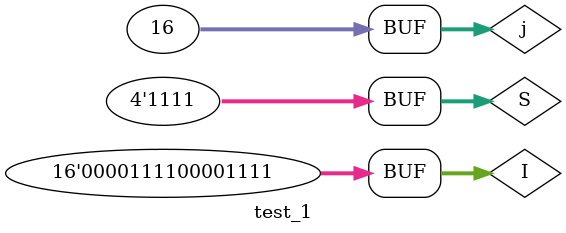
<source format=v>
`timescale 1ns / 1ps


module test_1(  );
reg [15:0]I;
reg  [3:0]S;
wire Y;
integer i,j;
mux16_1 uut(.I(I),.S(S),.Y(Y));
initial
begin
I=16'b0000111100001111;
     for(j=0;j<16;j=j+1)
      begin
       S=j; #5;    
     
end
end
endmodule

</source>
